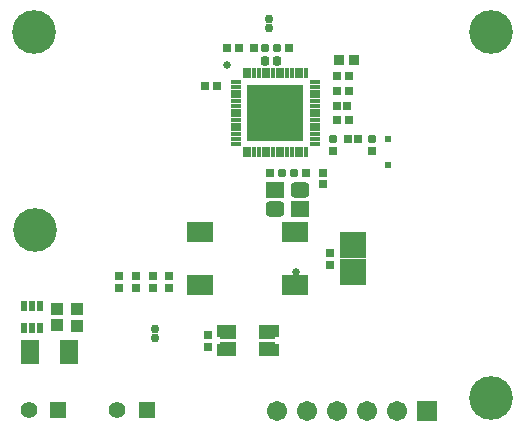
<source format=gts>
G04*
G04 #@! TF.GenerationSoftware,Altium Limited,Altium Designer,20.2.6 (244)*
G04*
G04 Layer_Color=8388736*
%FSLAX44Y44*%
%MOMM*%
G71*
G04*
G04 #@! TF.SameCoordinates,7CDA323B-E038-41B1-B74F-359B52FF9F59*
G04*
G04*
G04 #@! TF.FilePolarity,Negative*
G04*
G01*
G75*
%ADD40R,1.3032X1.1032*%
%ADD41R,1.3532X1.2532*%
%ADD42C,0.6032*%
G04:AMPARAMS|DCode=43|XSize=1.6032mm|YSize=1.3532mm|CornerRadius=0.3891mm|HoleSize=0mm|Usage=FLASHONLY|Rotation=180.000|XOffset=0mm|YOffset=0mm|HoleType=Round|Shape=RoundedRectangle|*
%AMROUNDEDRECTD43*
21,1,1.6032,0.5750,0,0,180.0*
21,1,0.8250,1.3532,0,0,180.0*
1,1,0.7782,-0.4125,0.2875*
1,1,0.7782,0.4125,0.2875*
1,1,0.7782,0.4125,-0.2875*
1,1,0.7782,-0.4125,-0.2875*
%
%ADD43ROUNDEDRECTD43*%
%ADD44R,1.6032X1.3532*%
%ADD45R,0.7032X0.7032*%
G04:AMPARAMS|DCode=46|XSize=0.7332mm|YSize=0.7532mm|CornerRadius=0.2341mm|HoleSize=0mm|Usage=FLASHONLY|Rotation=90.000|XOffset=0mm|YOffset=0mm|HoleType=Round|Shape=RoundedRectangle|*
%AMROUNDEDRECTD46*
21,1,0.7332,0.2850,0,0,90.0*
21,1,0.2650,0.7532,0,0,90.0*
1,1,0.4682,0.1425,0.1325*
1,1,0.4682,0.1425,-0.1325*
1,1,0.4682,-0.1425,-0.1325*
1,1,0.4682,-0.1425,0.1325*
%
%ADD46ROUNDEDRECTD46*%
%ADD47R,0.7032X0.7032*%
G04:AMPARAMS|DCode=48|XSize=0.7032mm|YSize=0.7032mm|CornerRadius=0.2266mm|HoleSize=0mm|Usage=FLASHONLY|Rotation=270.000|XOffset=0mm|YOffset=0mm|HoleType=Round|Shape=RoundedRectangle|*
%AMROUNDEDRECTD48*
21,1,0.7032,0.2500,0,0,270.0*
21,1,0.2500,0.7032,0,0,270.0*
1,1,0.4532,-0.1250,-0.1250*
1,1,0.4532,-0.1250,0.1250*
1,1,0.4532,0.1250,0.1250*
1,1,0.4532,0.1250,-0.1250*
%
%ADD48ROUNDEDRECTD48*%
%ADD49R,0.7532X0.7332*%
G04:AMPARAMS|DCode=50|XSize=0.7032mm|YSize=0.7032mm|CornerRadius=0.2266mm|HoleSize=0mm|Usage=FLASHONLY|Rotation=180.000|XOffset=0mm|YOffset=0mm|HoleType=Round|Shape=RoundedRectangle|*
%AMROUNDEDRECTD50*
21,1,0.7032,0.2500,0,0,180.0*
21,1,0.2500,0.7032,0,0,180.0*
1,1,0.4532,-0.1250,0.1250*
1,1,0.4532,0.1250,0.1250*
1,1,0.4532,0.1250,-0.1250*
1,1,0.4532,-0.1250,-0.1250*
%
%ADD50ROUNDEDRECTD50*%
G04:AMPARAMS|DCode=51|XSize=0.7032mm|YSize=0.8032mm|CornerRadius=0.2266mm|HoleSize=0mm|Usage=FLASHONLY|Rotation=180.000|XOffset=0mm|YOffset=0mm|HoleType=Round|Shape=RoundedRectangle|*
%AMROUNDEDRECTD51*
21,1,0.7032,0.3500,0,0,180.0*
21,1,0.2500,0.8032,0,0,180.0*
1,1,0.4532,-0.1250,0.1750*
1,1,0.4532,0.1250,0.1750*
1,1,0.4532,0.1250,-0.1750*
1,1,0.4532,-0.1250,-0.1750*
%
%ADD51ROUNDEDRECTD51*%
%ADD52R,0.7032X0.8032*%
%ADD53R,0.8032X0.7032*%
%ADD54R,0.4532X0.9032*%
%ADD55R,0.9032X0.4532*%
%ADD56R,4.8032X4.8032*%
%ADD57R,0.9652X0.9652*%
%ADD58R,2.2032X2.2032*%
%ADD59R,2.2032X1.7032*%
%ADD60R,0.5032X0.8632*%
%ADD61R,1.6032X2.1032*%
%ADD62R,1.1032X1.0132*%
%ADD63C,0.7532*%
%ADD64C,1.4032*%
%ADD65R,1.4032X1.4032*%
%ADD66C,1.7032*%
%ADD67R,1.7032X1.7032*%
%ADD68C,3.7032*%
%ADD69C,0.6602*%
D40*
X230810Y75819D02*
D03*
X189810D02*
D03*
X230810Y91819D02*
D03*
X189810D02*
D03*
D41*
X227060Y76570D02*
D03*
X193560D02*
D03*
Y91070D02*
D03*
X227060D02*
D03*
D42*
X329000Y232383D02*
D03*
Y254750D02*
D03*
D43*
X255000Y211000D02*
D03*
X233000Y195000D02*
D03*
D44*
Y211000D02*
D03*
X255000Y195000D02*
D03*
D45*
X286189Y295084D02*
D03*
X296189D02*
D03*
X286189Y270192D02*
D03*
X296189D02*
D03*
X215250Y331750D02*
D03*
X245250Y331750D02*
D03*
X184000Y299000D02*
D03*
X174000D02*
D03*
X296189Y307530D02*
D03*
X286189D02*
D03*
X259250Y225750D02*
D03*
X229250Y225750D02*
D03*
D46*
X303440Y254748D02*
D03*
X295060D02*
D03*
D47*
X282750Y244750D02*
D03*
X315750D02*
D03*
X274258Y215992D02*
D03*
Y225992D02*
D03*
X144018Y128249D02*
D03*
Y138249D02*
D03*
X279654Y148162D02*
D03*
Y158162D02*
D03*
D48*
X282750Y254750D02*
D03*
X315750D02*
D03*
D49*
X294629Y282638D02*
D03*
X286249D02*
D03*
D50*
X225250Y331750D02*
D03*
X235250Y331750D02*
D03*
X249250Y225750D02*
D03*
X239250Y225750D02*
D03*
D51*
X235250Y320750D02*
D03*
X225250D02*
D03*
D52*
X192750Y331500D02*
D03*
X202750D02*
D03*
D53*
X101500Y128250D02*
D03*
Y138250D02*
D03*
X116006Y128250D02*
D03*
Y138250D02*
D03*
X130511Y138250D02*
D03*
Y128250D02*
D03*
X176750Y78500D02*
D03*
Y88500D02*
D03*
D54*
X259680Y243106D02*
D03*
X255680D02*
D03*
X251680D02*
D03*
X247680D02*
D03*
X243680D02*
D03*
X239680D02*
D03*
X235680D02*
D03*
X231680D02*
D03*
X227680D02*
D03*
X223680D02*
D03*
X219680D02*
D03*
X215680D02*
D03*
X211680D02*
D03*
X207680D02*
D03*
Y310106D02*
D03*
X211680D02*
D03*
X215680D02*
D03*
X219680D02*
D03*
X223680D02*
D03*
X227680D02*
D03*
X231680D02*
D03*
X235680D02*
D03*
X239680D02*
D03*
X243680D02*
D03*
X247680D02*
D03*
X251680D02*
D03*
X255680D02*
D03*
X259680D02*
D03*
D55*
X200180Y250606D02*
D03*
Y254606D02*
D03*
Y258606D02*
D03*
Y262606D02*
D03*
Y266606D02*
D03*
Y270606D02*
D03*
Y274606D02*
D03*
Y278606D02*
D03*
Y282606D02*
D03*
Y286606D02*
D03*
Y290606D02*
D03*
Y294606D02*
D03*
Y298606D02*
D03*
Y302606D02*
D03*
X267180D02*
D03*
Y298606D02*
D03*
Y294606D02*
D03*
Y290606D02*
D03*
Y286606D02*
D03*
Y282606D02*
D03*
Y278606D02*
D03*
Y274606D02*
D03*
Y270606D02*
D03*
Y266606D02*
D03*
Y262606D02*
D03*
Y258606D02*
D03*
Y254606D02*
D03*
Y250606D02*
D03*
D56*
X233682Y276608D02*
D03*
D57*
X287330Y321500D02*
D03*
X300670D02*
D03*
D58*
X299720Y164666D02*
D03*
Y142166D02*
D03*
D59*
X250312Y175916D02*
D03*
Y130916D02*
D03*
X170312D02*
D03*
Y175916D02*
D03*
D60*
X21181Y94358D02*
D03*
X27681D02*
D03*
X34181D02*
D03*
Y112758D02*
D03*
X27681D02*
D03*
X21181D02*
D03*
D61*
X26250Y74000D02*
D03*
X59250D02*
D03*
D62*
X48895Y110568D02*
D03*
Y96668D02*
D03*
X65466Y110328D02*
D03*
Y96428D02*
D03*
D63*
X228750Y348500D02*
D03*
Y356500D02*
D03*
X131572Y93916D02*
D03*
Y85916D02*
D03*
D64*
X100000Y25000D02*
D03*
X25000D02*
D03*
D65*
X125000D02*
D03*
X50000D02*
D03*
D66*
X235500Y24502D02*
D03*
X337100D02*
D03*
X311700D02*
D03*
X286300D02*
D03*
X260900D02*
D03*
D67*
X362500D02*
D03*
D68*
X30400Y177700D02*
D03*
X29700Y345300D02*
D03*
X416700Y345200D02*
D03*
Y35200D02*
D03*
D69*
X192552Y317302D02*
D03*
X251500Y141750D02*
D03*
M02*

</source>
